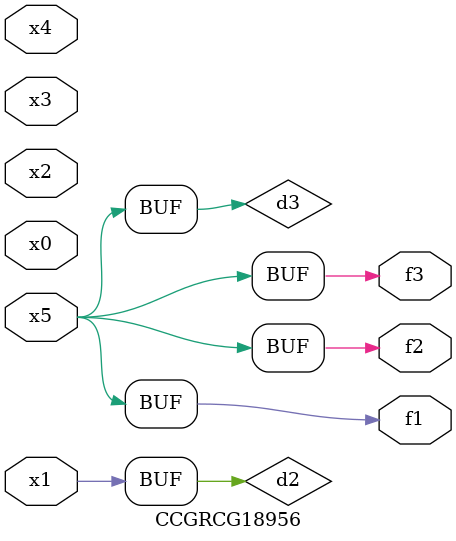
<source format=v>
module CCGRCG18956(
	input x0, x1, x2, x3, x4, x5,
	output f1, f2, f3
);

	wire d1, d2, d3;

	not (d1, x5);
	or (d2, x1);
	xnor (d3, d1);
	assign f1 = d3;
	assign f2 = d3;
	assign f3 = d3;
endmodule

</source>
